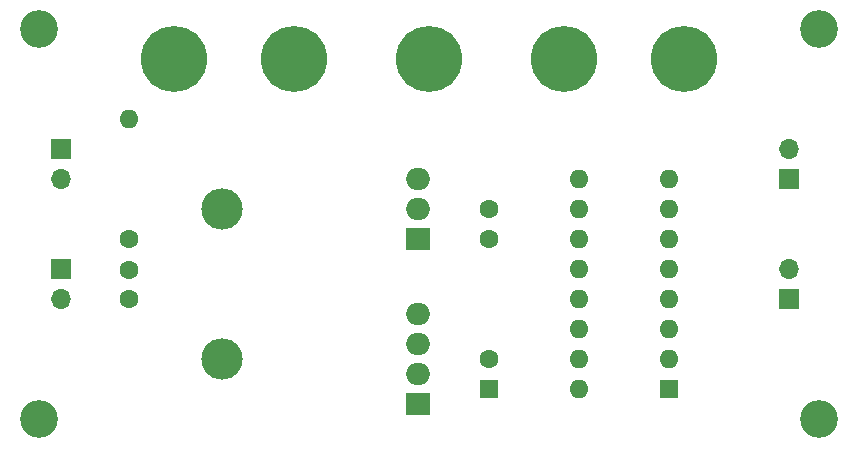
<source format=gbr>
G04 #@! TF.GenerationSoftware,KiCad,Pcbnew,7.0.9*
G04 #@! TF.CreationDate,2024-01-21T13:12:00+09:00*
G04 #@! TF.ProjectId,MB_Curling,4d425f43-7572-46c6-996e-672e6b696361,rev?*
G04 #@! TF.SameCoordinates,Original*
G04 #@! TF.FileFunction,Soldermask,Bot*
G04 #@! TF.FilePolarity,Negative*
%FSLAX46Y46*%
G04 Gerber Fmt 4.6, Leading zero omitted, Abs format (unit mm)*
G04 Created by KiCad (PCBNEW 7.0.9) date 2024-01-21 13:12:00*
%MOMM*%
%LPD*%
G01*
G04 APERTURE LIST*
%ADD10O,3.500000X3.500000*%
%ADD11R,2.000000X1.905000*%
%ADD12O,2.000000X1.905000*%
%ADD13C,1.600000*%
%ADD14C,5.600000*%
%ADD15R,1.600000X1.600000*%
%ADD16O,1.600000X1.600000*%
%ADD17C,3.200000*%
%ADD18R,1.700000X1.700000*%
%ADD19O,1.700000X1.700000*%
G04 APERTURE END LIST*
D10*
X114490000Y-88900000D03*
D11*
X131150000Y-92710000D03*
D12*
X131150000Y-90170000D03*
X131150000Y-87630000D03*
X131150000Y-85090000D03*
D13*
X137160000Y-78700000D03*
X137160000Y-76200000D03*
D14*
X110490000Y-63500000D03*
D15*
X137160000Y-91400000D03*
D13*
X137160000Y-88900000D03*
D15*
X152400000Y-91440000D03*
D16*
X152400000Y-88900000D03*
X152400000Y-86360000D03*
X152400000Y-83820000D03*
X152400000Y-81280000D03*
X152400000Y-78740000D03*
X152400000Y-76200000D03*
X152400000Y-73660000D03*
X144780000Y-73660000D03*
X144780000Y-76200000D03*
X144780000Y-78740000D03*
X144780000Y-81280000D03*
X144780000Y-83820000D03*
X144780000Y-86360000D03*
X144780000Y-88900000D03*
X144780000Y-91440000D03*
D13*
X106680000Y-78740000D03*
D16*
X106680000Y-68580000D03*
D10*
X114490000Y-76200000D03*
D11*
X131150000Y-78740000D03*
D12*
X131150000Y-76200000D03*
X131150000Y-73660000D03*
D17*
X99060000Y-60960000D03*
D14*
X153670000Y-63500000D03*
D13*
X106680000Y-81320000D03*
X106680000Y-83820000D03*
D17*
X99060000Y-93980000D03*
D14*
X132080000Y-63500000D03*
D17*
X165100000Y-93980000D03*
D14*
X120650000Y-63500000D03*
X143510000Y-63500000D03*
D17*
X165100000Y-60960000D03*
D18*
X162560000Y-83820000D03*
D19*
X162560000Y-81280000D03*
D18*
X100895000Y-81280000D03*
D19*
X100895000Y-83820000D03*
D18*
X162560000Y-73660000D03*
D19*
X162560000Y-71120000D03*
D18*
X100895000Y-71120000D03*
D19*
X100895000Y-73660000D03*
M02*

</source>
